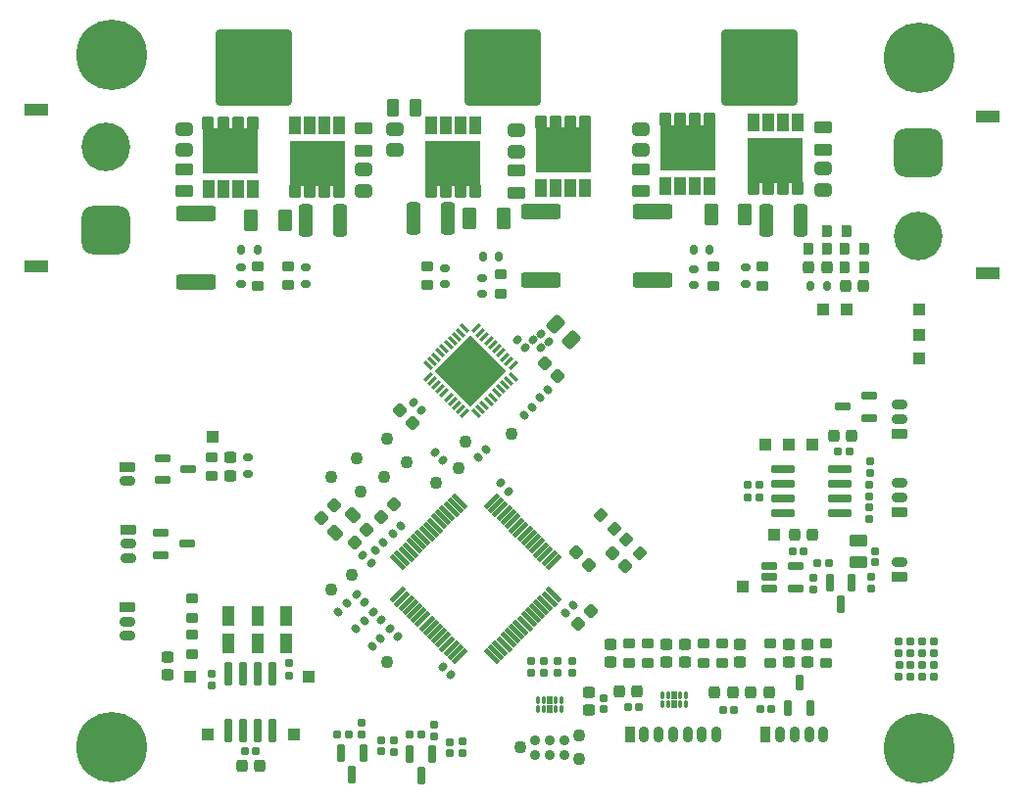
<source format=gbr>
%TF.GenerationSoftware,KiCad,Pcbnew,8.0.4*%
%TF.CreationDate,2024-12-09T12:19:11+01:00*%
%TF.ProjectId,BLDC motor controller,424c4443-206d-46f7-946f-7220636f6e74,1.1*%
%TF.SameCoordinates,Original*%
%TF.FileFunction,Soldermask,Top*%
%TF.FilePolarity,Negative*%
%FSLAX46Y46*%
G04 Gerber Fmt 4.6, Leading zero omitted, Abs format (unit mm)*
G04 Created by KiCad (PCBNEW 8.0.4) date 2024-12-09 12:19:11*
%MOMM*%
%LPD*%
G01*
G04 APERTURE LIST*
G04 Aperture macros list*
%AMRoundRect*
0 Rectangle with rounded corners*
0 $1 Rounding radius*
0 $2 $3 $4 $5 $6 $7 $8 $9 X,Y pos of 4 corners*
0 Add a 4 corners polygon primitive as box body*
4,1,4,$2,$3,$4,$5,$6,$7,$8,$9,$2,$3,0*
0 Add four circle primitives for the rounded corners*
1,1,$1+$1,$2,$3*
1,1,$1+$1,$4,$5*
1,1,$1+$1,$6,$7*
1,1,$1+$1,$8,$9*
0 Add four rect primitives between the rounded corners*
20,1,$1+$1,$2,$3,$4,$5,0*
20,1,$1+$1,$4,$5,$6,$7,0*
20,1,$1+$1,$6,$7,$8,$9,0*
20,1,$1+$1,$8,$9,$2,$3,0*%
G04 Aperture macros list end*
%ADD10RoundRect,0.275000X0.500000X-0.275000X0.500000X0.275000X-0.500000X0.275000X-0.500000X-0.275000X0*%
%ADD11RoundRect,0.275000X0.548008X0.159099X0.159099X0.548008X-0.548008X-0.159099X-0.159099X-0.548008X0*%
%ADD12RoundRect,0.172500X-0.172500X-0.197500X0.172500X-0.197500X0.172500X0.197500X-0.172500X0.197500X0*%
%ADD13RoundRect,0.050000X-0.500000X-0.500000X0.500000X-0.500000X0.500000X0.500000X-0.500000X0.500000X0*%
%ADD14RoundRect,0.160000X-0.210000X0.160000X-0.210000X-0.160000X0.210000X-0.160000X0.210000X0.160000X0*%
%ADD15RoundRect,0.175000X-0.225000X0.175000X-0.225000X-0.175000X0.225000X-0.175000X0.225000X0.175000X0*%
%ADD16RoundRect,0.225000X-0.225000X-0.300000X0.225000X-0.300000X0.225000X0.300000X-0.225000X0.300000X0*%
%ADD17RoundRect,0.250000X-0.275000X0.250000X-0.275000X-0.250000X0.275000X-0.250000X0.275000X0.250000X0*%
%ADD18RoundRect,0.225000X-0.300000X0.225000X-0.300000X-0.225000X0.300000X-0.225000X0.300000X0.225000X0*%
%ADD19RoundRect,0.270409X-1.454591X0.392091X-1.454591X-0.392091X1.454591X-0.392091X1.454591X0.392091X0*%
%ADD20RoundRect,0.160000X-0.160000X-0.210000X0.160000X-0.210000X0.160000X0.210000X-0.160000X0.210000X0*%
%ADD21C,0.900000*%
%ADD22C,6.100000*%
%ADD23RoundRect,0.225000X-0.225000X-0.475000X0.225000X-0.475000X0.225000X0.475000X-0.225000X0.475000X0*%
%ADD24O,0.900000X1.400000*%
%ADD25RoundRect,0.050000X0.125000X0.250000X-0.125000X0.250000X-0.125000X-0.250000X0.125000X-0.250000X0*%
%ADD26RoundRect,0.050000X0.225000X0.250000X-0.225000X0.250000X-0.225000X-0.250000X0.225000X-0.250000X0*%
%ADD27RoundRect,0.250000X-0.017678X0.371231X-0.371231X0.017678X0.017678X-0.371231X0.371231X-0.017678X0*%
%ADD28RoundRect,0.225000X-0.475000X0.225000X-0.475000X-0.225000X0.475000X-0.225000X0.475000X0.225000X0*%
%ADD29O,1.400000X0.900000*%
%ADD30RoundRect,0.160000X-0.035355X0.261630X-0.261630X0.035355X0.035355X-0.261630X0.261630X-0.035355X0*%
%ADD31RoundRect,0.175000X-0.175000X-0.225000X0.175000X-0.225000X0.175000X0.225000X-0.175000X0.225000X0*%
%ADD32RoundRect,0.225000X0.300000X-0.225000X0.300000X0.225000X-0.300000X0.225000X-0.300000X-0.225000X0*%
%ADD33RoundRect,0.165000X0.165000X0.195000X-0.165000X0.195000X-0.165000X-0.195000X0.165000X-0.195000X0*%
%ADD34RoundRect,0.160000X0.210000X-0.160000X0.210000X0.160000X-0.210000X0.160000X-0.210000X-0.160000X0*%
%ADD35RoundRect,0.175000X-0.537500X-0.175000X0.537500X-0.175000X0.537500X0.175000X-0.537500X0.175000X0*%
%ADD36RoundRect,0.275000X-0.275000X-0.500000X0.275000X-0.500000X0.275000X0.500000X-0.275000X0.500000X0*%
%ADD37RoundRect,0.175000X-0.175000X0.612500X-0.175000X-0.612500X0.175000X-0.612500X0.175000X0.612500X0*%
%ADD38C,1.100000*%
%ADD39RoundRect,0.271739X-0.353261X-1.128261X0.353261X-1.128261X0.353261X1.128261X-0.353261X1.128261X0*%
%ADD40RoundRect,0.160000X0.261630X0.035355X0.035355X0.261630X-0.261630X-0.035355X-0.035355X-0.261630X0*%
%ADD41RoundRect,0.165000X0.254558X0.021213X0.021213X0.254558X-0.254558X-0.021213X-0.021213X-0.254558X0*%
%ADD42RoundRect,0.175000X-0.850000X-0.175000X0.850000X-0.175000X0.850000X0.175000X-0.850000X0.175000X0*%
%ADD43RoundRect,0.175000X0.175000X-0.537500X0.175000X0.537500X-0.175000X0.537500X-0.175000X-0.537500X0*%
%ADD44RoundRect,0.050000X-0.425000X-0.525000X0.425000X-0.525000X0.425000X0.525000X-0.425000X0.525000X0*%
%ADD45RoundRect,0.050000X2.350000X-1.875000X2.350000X1.875000X-2.350000X1.875000X-2.350000X-1.875000X0*%
%ADD46RoundRect,0.050000X-0.425000X-0.725000X0.425000X-0.725000X0.425000X0.725000X-0.425000X0.725000X0*%
%ADD47RoundRect,0.172500X0.197500X-0.172500X0.197500X0.172500X-0.197500X0.172500X-0.197500X-0.172500X0*%
%ADD48RoundRect,0.250000X0.017678X-0.371231X0.371231X-0.017678X-0.017678X0.371231X-0.371231X0.017678X0*%
%ADD49RoundRect,0.274390X-0.475610X0.288110X-0.475610X-0.288110X0.475610X-0.288110X0.475610X0.288110X0*%
%ADD50RoundRect,0.165000X-0.254558X-0.021213X-0.021213X-0.254558X0.254558X0.021213X0.021213X0.254558X0*%
%ADD51RoundRect,0.275000X-0.500000X0.275000X-0.500000X-0.275000X0.500000X-0.275000X0.500000X0.275000X0*%
%ADD52RoundRect,0.330000X-2.970000X-2.970000X2.970000X-2.970000X2.970000X2.970000X-2.970000X2.970000X0*%
%ADD53RoundRect,0.050000X0.425000X0.525000X-0.425000X0.525000X-0.425000X-0.525000X0.425000X-0.525000X0*%
%ADD54RoundRect,0.050000X-2.350000X1.875000X-2.350000X-1.875000X2.350000X-1.875000X2.350000X1.875000X0*%
%ADD55RoundRect,0.050000X0.425000X0.725000X-0.425000X0.725000X-0.425000X-0.725000X0.425000X-0.725000X0*%
%ADD56RoundRect,0.165000X-0.021213X0.254558X-0.254558X0.021213X0.021213X-0.254558X0.254558X-0.021213X0*%
%ADD57RoundRect,0.250000X0.250000X0.275000X-0.250000X0.275000X-0.250000X-0.275000X0.250000X-0.275000X0*%
%ADD58RoundRect,0.172500X-0.197500X0.172500X-0.197500X-0.172500X0.197500X-0.172500X0.197500X0.172500X0*%
%ADD59RoundRect,0.225000X0.475000X-0.225000X0.475000X0.225000X-0.475000X0.225000X-0.475000X-0.225000X0*%
%ADD60RoundRect,0.165000X-0.165000X-0.195000X0.165000X-0.195000X0.165000X0.195000X-0.165000X0.195000X0*%
%ADD61RoundRect,0.274390X0.475610X-0.288110X0.475610X0.288110X-0.475610X0.288110X-0.475610X-0.288110X0*%
%ADD62RoundRect,0.165000X0.195000X-0.165000X0.195000X0.165000X-0.195000X0.165000X-0.195000X-0.165000X0*%
%ADD63RoundRect,0.165000X0.021213X-0.254558X0.254558X-0.021213X-0.021213X0.254558X-0.254558X0.021213X0*%
%ADD64RoundRect,0.250000X-0.371231X-0.017678X-0.017678X-0.371231X0.371231X0.017678X0.017678X0.371231X0*%
%ADD65RoundRect,0.225000X0.371231X0.053033X0.053033X0.371231X-0.371231X-0.053033X-0.053033X-0.371231X0*%
%ADD66RoundRect,0.225000X0.225000X0.300000X-0.225000X0.300000X-0.225000X-0.300000X0.225000X-0.300000X0*%
%ADD67RoundRect,0.175000X0.537500X0.175000X-0.537500X0.175000X-0.537500X-0.175000X0.537500X-0.175000X0*%
%ADD68RoundRect,0.271739X-0.353261X-0.678261X0.353261X-0.678261X0.353261X0.678261X-0.353261X0.678261X0*%
%ADD69RoundRect,0.243750X0.114905X-0.459619X0.459619X-0.114905X-0.114905X0.459619X-0.459619X0.114905X0*%
%ADD70RoundRect,0.271739X0.353261X1.128261X-0.353261X1.128261X-0.353261X-1.128261X0.353261X-1.128261X0*%
%ADD71RoundRect,0.050000X-0.627557X-0.415425X-0.415425X-0.627557X0.627557X0.415425X0.415425X0.627557X0*%
%ADD72RoundRect,0.050000X-0.415425X0.627557X-0.627557X0.415425X0.415425X-0.627557X0.627557X-0.415425X0*%
%ADD73C,1.090600*%
%ADD74C,0.887400*%
%ADD75RoundRect,0.250000X-0.250000X-0.275000X0.250000X-0.275000X0.250000X0.275000X-0.250000X0.275000X0*%
%ADD76RoundRect,0.050000X0.500000X0.800000X-0.500000X0.800000X-0.500000X-0.800000X0.500000X-0.800000X0*%
%ADD77RoundRect,0.175000X0.175000X0.225000X-0.175000X0.225000X-0.175000X-0.225000X0.175000X-0.225000X0*%
%ADD78RoundRect,0.050000X-0.388909X-0.212132X-0.212132X-0.388909X0.388909X0.212132X0.212132X0.388909X0*%
%ADD79RoundRect,0.050000X-0.212132X0.388909X-0.388909X0.212132X0.212132X-0.388909X0.388909X-0.212132X0*%
%ADD80RoundRect,0.050000X0.000000X3.005204X-3.005204X0.000000X0.000000X-3.005204X3.005204X0.000000X0*%
%ADD81RoundRect,0.160000X0.035355X-0.261630X0.261630X-0.035355X-0.035355X0.261630X-0.261630X0.035355X0*%
%ADD82RoundRect,0.160000X0.160000X0.210000X-0.160000X0.210000X-0.160000X-0.210000X0.160000X-0.210000X0*%
%ADD83RoundRect,0.250000X0.275000X-0.250000X0.275000X0.250000X-0.275000X0.250000X-0.275000X-0.250000X0*%
%ADD84RoundRect,0.271739X0.353261X0.678261X-0.353261X0.678261X-0.353261X-0.678261X0.353261X-0.678261X0*%
%ADD85RoundRect,0.175000X0.175000X-0.850000X0.175000X0.850000X-0.175000X0.850000X-0.175000X-0.850000X0*%
%ADD86RoundRect,0.050000X-1.000000X0.450000X-1.000000X-0.450000X1.000000X-0.450000X1.000000X0.450000X0*%
%ADD87RoundRect,1.050000X-1.050000X1.050000X-1.050000X-1.050000X1.050000X-1.050000X1.050000X1.050000X0*%
%ADD88C,4.200000*%
%ADD89RoundRect,0.050000X1.000000X-0.450000X1.000000X0.450000X-1.000000X0.450000X-1.000000X-0.450000X0*%
%ADD90RoundRect,1.050000X1.050000X-1.050000X1.050000X1.050000X-1.050000X1.050000X-1.050000X-1.050000X0*%
G04 APERTURE END LIST*
D10*
%TO.C,C2017*%
X161800000Y-114875000D03*
X161800000Y-112975000D03*
%TD*%
D11*
%TO.C,C1001*%
X136921751Y-95671751D03*
X135578249Y-94328249D03*
%TD*%
D12*
%TO.C,D2105*%
X165265000Y-122750000D03*
X166235000Y-122750000D03*
%TD*%
D13*
%TO.C,TP931*%
X113000000Y-129750000D03*
%TD*%
D14*
%TO.C,R2008*%
X133500000Y-123390000D03*
X133500000Y-124410000D03*
%TD*%
D15*
%TO.C,D1301*%
X114000000Y-90800000D03*
X114000000Y-89400000D03*
%TD*%
%TO.C,D1102*%
X147500000Y-90940000D03*
X147500000Y-89540000D03*
%TD*%
D16*
%TO.C,R1402*%
X157425000Y-87800000D03*
X159075000Y-87800000D03*
%TD*%
D17*
%TO.C,C2006*%
X145150000Y-121975000D03*
X145150000Y-123525000D03*
%TD*%
D18*
%TO.C,R2001*%
X141950000Y-121925000D03*
X141950000Y-123575000D03*
%TD*%
D19*
%TO.C,R1103*%
X144000000Y-84600000D03*
X144000000Y-90525000D03*
%TD*%
D20*
%TO.C,R2110*%
X167240000Y-121750000D03*
X168260000Y-121750000D03*
%TD*%
D21*
%TO.C,H2303*%
X164750000Y-71250000D03*
X165409010Y-69659010D03*
X165409010Y-72840990D03*
X167000000Y-69000000D03*
D22*
X167000000Y-71250000D03*
D21*
X167000000Y-73500000D03*
X168590990Y-69659010D03*
X168590990Y-72840990D03*
X169250000Y-71250000D03*
%TD*%
D14*
%TO.C,R2009*%
X135800000Y-123390000D03*
X135800000Y-124410000D03*
%TD*%
D23*
%TO.C,J2202*%
X153750000Y-129750000D03*
D24*
X155000000Y-129750000D03*
X156250000Y-129750000D03*
X157500000Y-129750000D03*
X158750000Y-129750000D03*
%TD*%
D25*
%TO.C,D2004*%
X136100000Y-127600000D03*
X136100000Y-126800000D03*
X135600000Y-127600000D03*
X135600000Y-126800000D03*
D26*
X135100000Y-127600000D03*
X135100000Y-126800000D03*
D25*
X134600000Y-127600000D03*
X134600000Y-126800000D03*
X134100000Y-127600000D03*
X134100000Y-126800000D03*
%TD*%
D21*
%TO.C,H2304*%
X164750000Y-131000000D03*
X165409010Y-129409010D03*
X165409010Y-132590990D03*
X167000000Y-128750000D03*
D22*
X167000000Y-131000000D03*
D21*
X167000000Y-133250000D03*
X168590990Y-129409010D03*
X168590990Y-132590990D03*
X169250000Y-131000000D03*
%TD*%
D13*
%TO.C,TP603*%
X167000000Y-97250000D03*
%TD*%
D16*
%TO.C,R1501*%
X160600000Y-87790000D03*
X162250000Y-87790000D03*
%TD*%
D27*
%TO.C,C810*%
X119300000Y-112100000D03*
X118203984Y-113196016D03*
%TD*%
D25*
%TO.C,D2001*%
X146850000Y-127150000D03*
X146850000Y-126350000D03*
X146350000Y-127150000D03*
X146350000Y-126350000D03*
D26*
X145850000Y-127150000D03*
X145850000Y-126350000D03*
D25*
X145350000Y-127150000D03*
X145350000Y-126350000D03*
X144850000Y-127150000D03*
X144850000Y-126350000D03*
%TD*%
D28*
%TO.C,J2004*%
X98600000Y-118750000D03*
D29*
X98600000Y-120000000D03*
X98600000Y-121250000D03*
%TD*%
D15*
%TO.C,D1202*%
X129250000Y-91700000D03*
X129250000Y-90300000D03*
%TD*%
D30*
%TO.C,R1001*%
X117560624Y-118439376D03*
X116839376Y-119160624D03*
%TD*%
D31*
%TO.C,D1203*%
X130700000Y-88500000D03*
X129300000Y-88500000D03*
%TD*%
D32*
%TO.C,R1102*%
X149250000Y-91000000D03*
X149250000Y-89350000D03*
%TD*%
D33*
%TO.C,C1802*%
X109730000Y-131250000D03*
X108770000Y-131250000D03*
%TD*%
D15*
%TO.C,D1302*%
X108400000Y-90800000D03*
X108400000Y-89400000D03*
%TD*%
D18*
%TO.C,R2003*%
X148350000Y-121925000D03*
X148350000Y-123575000D03*
%TD*%
D34*
%TO.C,R2104*%
X118810000Y-129792500D03*
X118810000Y-128772500D03*
%TD*%
D35*
%TO.C,U1901*%
X154025000Y-115225000D03*
X154025000Y-116175000D03*
X154025000Y-117125000D03*
X156300000Y-117125000D03*
X156300000Y-115225000D03*
%TD*%
D36*
%TO.C,C1201*%
X121550000Y-75600000D03*
X123450000Y-75600000D03*
%TD*%
D32*
%TO.C,R1804*%
X104150000Y-122825000D03*
X104150000Y-121175000D03*
%TD*%
D33*
%TO.C,C2002*%
X142810000Y-127450000D03*
X141850000Y-127450000D03*
%TD*%
D14*
%TO.C,R1801*%
X105850000Y-124490000D03*
X105850000Y-125510000D03*
%TD*%
D13*
%TO.C,TP601*%
X167000000Y-93000000D03*
%TD*%
%TO.C,TP936*%
X153750000Y-104750000D03*
%TD*%
D37*
%TO.C,Q1901*%
X161200000Y-116625000D03*
X159300000Y-116625000D03*
X160250000Y-118500000D03*
%TD*%
D32*
%TO.C,R1202*%
X130820000Y-91670000D03*
X130820000Y-90020000D03*
%TD*%
D38*
%TO.C,TP914*%
X116200000Y-107500000D03*
%TD*%
D39*
%TO.C,C1305*%
X114000000Y-85350000D03*
X116950000Y-85350000D03*
%TD*%
D40*
%TO.C,R1005*%
X125865649Y-106087579D03*
X125144401Y-105366331D03*
%TD*%
D38*
%TO.C,TP919*%
X120750000Y-107500000D03*
%TD*%
D13*
%TO.C,TP937*%
X154500000Y-112500000D03*
%TD*%
D38*
%TO.C,TP923*%
X118000000Y-116000000D03*
%TD*%
D41*
%TO.C,C1003*%
X134291403Y-96339411D03*
X133612581Y-95660589D03*
%TD*%
D13*
%TO.C,TP938*%
X151750000Y-117000000D03*
%TD*%
D42*
%TO.C,U1701*%
X155225000Y-106820000D03*
X155225000Y-108090000D03*
X155225000Y-109360000D03*
X155225000Y-110630000D03*
X160175000Y-110630000D03*
X160175000Y-109360000D03*
X160175000Y-108090000D03*
X160175000Y-106820000D03*
%TD*%
D41*
%TO.C,C806*%
X131539411Y-108739411D03*
X130860589Y-108060589D03*
%TD*%
D38*
%TO.C,TP920*%
X125250000Y-108000000D03*
%TD*%
D43*
%TO.C,D2002*%
X155700000Y-127525000D03*
X157600000Y-127525000D03*
X156650000Y-125250000D03*
%TD*%
D15*
%TO.C,D1402*%
X109050000Y-107225000D03*
X109050000Y-105825000D03*
%TD*%
D44*
%TO.C,Q1102*%
X145075000Y-76650000D03*
X146365000Y-76650000D03*
D45*
X147000000Y-79050000D03*
D44*
X147635000Y-76650000D03*
X148925000Y-76650000D03*
D46*
X148905000Y-82350000D03*
X145095000Y-82350000D03*
X146365000Y-82350000D03*
X147635000Y-82350000D03*
%TD*%
D47*
%TO.C,D2102*%
X120510000Y-131250000D03*
X120510000Y-130280000D03*
%TD*%
D48*
%TO.C,C807*%
X115351992Y-111048008D03*
X116448008Y-109951992D03*
%TD*%
D38*
%TO.C,TP924*%
X121000000Y-123500000D03*
%TD*%
D49*
%TO.C,R1205*%
X132250000Y-77550000D03*
X132250000Y-79375000D03*
%TD*%
D34*
%TO.C,R1703*%
X162700000Y-111170000D03*
X162700000Y-110150000D03*
%TD*%
D13*
%TO.C,TP934*%
X157750000Y-104750000D03*
%TD*%
D10*
%TO.C,C1301*%
X119000000Y-79300000D03*
X119000000Y-77400000D03*
%TD*%
D50*
%TO.C,C1011*%
X118400000Y-117700000D03*
X119078822Y-118378822D03*
%TD*%
D51*
%TO.C,C1302*%
X103500000Y-80900000D03*
X103500000Y-82800000D03*
%TD*%
D52*
%TO.C,J1301*%
X109500000Y-72090000D03*
%TD*%
D38*
%TO.C,TP917*%
X131750000Y-103750000D03*
%TD*%
D31*
%TO.C,D1303*%
X109850000Y-87850000D03*
X108450000Y-87850000D03*
%TD*%
D53*
%TO.C,Q1301*%
X116925000Y-82800000D03*
X115635000Y-82800000D03*
D54*
X115000000Y-80400000D03*
D53*
X114365000Y-82800000D03*
X113075000Y-82800000D03*
D55*
X113095000Y-77100000D03*
X116905000Y-77100000D03*
X115635000Y-77100000D03*
X114365000Y-77100000D03*
%TD*%
D56*
%TO.C,C1010*%
X134944436Y-99987544D03*
X134265614Y-100666366D03*
%TD*%
D57*
%TO.C,C2001*%
X142625000Y-126050000D03*
X141075000Y-126050000D03*
%TD*%
D20*
%TO.C,R1701*%
X152190000Y-109325000D03*
X153210000Y-109325000D03*
%TD*%
D32*
%TO.C,R1403*%
X105850000Y-107450000D03*
X105850000Y-105800000D03*
%TD*%
D57*
%TO.C,C1401*%
X159025000Y-89400000D03*
X157475000Y-89400000D03*
%TD*%
D47*
%TO.C,D2101*%
X126470000Y-131395000D03*
X126470000Y-130425000D03*
%TD*%
D53*
%TO.C,Q1101*%
X156520000Y-82550000D03*
X155230000Y-82550000D03*
D54*
X154595000Y-80150000D03*
D53*
X153960000Y-82550000D03*
X152670000Y-82550000D03*
D55*
X152690000Y-76850000D03*
X156500000Y-76850000D03*
X155230000Y-76850000D03*
X153960000Y-76850000D03*
%TD*%
D58*
%TO.C,D2007*%
X162900000Y-116165000D03*
X162900000Y-117135000D03*
%TD*%
D59*
%TO.C,J2008*%
X165300000Y-110525000D03*
D29*
X165300000Y-109275000D03*
X165300000Y-108025000D03*
%TD*%
D44*
%TO.C,Q1302*%
X105575000Y-76950000D03*
X106865000Y-76950000D03*
D45*
X107500000Y-79350000D03*
D44*
X108135000Y-76950000D03*
X109425000Y-76950000D03*
D46*
X109405000Y-82650000D03*
X105595000Y-82650000D03*
X106865000Y-82650000D03*
X108135000Y-82650000D03*
%TD*%
D13*
%TO.C,TP935*%
X155750000Y-104750000D03*
%TD*%
D38*
%TO.C,TP916*%
X121000000Y-104250000D03*
%TD*%
D60*
%TO.C,C1902*%
X156100000Y-113925000D03*
X157060000Y-113925000D03*
%TD*%
D32*
%TO.C,R1201*%
X124500000Y-90925000D03*
X124500000Y-89275000D03*
%TD*%
D18*
%TO.C,R2004*%
X149950000Y-121925000D03*
X149950000Y-123575000D03*
%TD*%
D52*
%TO.C,J1101*%
X153250000Y-72080000D03*
%TD*%
D50*
%TO.C,C1012*%
X119860589Y-119160589D03*
X120539411Y-119839411D03*
%TD*%
D61*
%TO.C,R1204*%
X121750000Y-79262500D03*
X121750000Y-77437500D03*
%TD*%
D62*
%TO.C,C2018*%
X163200000Y-114905000D03*
X163200000Y-113945000D03*
%TD*%
D38*
%TO.C,TP918*%
X118750000Y-108750000D03*
%TD*%
D17*
%TO.C,C2007*%
X146750000Y-121975000D03*
X146750000Y-123525000D03*
%TD*%
D41*
%TO.C,C1005*%
X132939411Y-96339411D03*
X132260589Y-95660589D03*
%TD*%
D63*
%TO.C,C809*%
X121560589Y-112439411D03*
X122239411Y-111760589D03*
%TD*%
D64*
%TO.C,C1006*%
X134701992Y-97701992D03*
X135798008Y-98798008D03*
%TD*%
D19*
%TO.C,R1203*%
X134300000Y-84600000D03*
X134300000Y-90525000D03*
%TD*%
D14*
%TO.C,R2103*%
X127570000Y-130400000D03*
X127570000Y-131420000D03*
%TD*%
D60*
%TO.C,C1702*%
X160020000Y-105325000D03*
X160980000Y-105325000D03*
%TD*%
D38*
%TO.C,TP915*%
X118400000Y-105900000D03*
%TD*%
D56*
%TO.C,C1009*%
X133539411Y-101460589D03*
X132860589Y-102139411D03*
%TD*%
D65*
%TO.C,R2201*%
X140649613Y-111967201D03*
X139482887Y-110800475D03*
%TD*%
D20*
%TO.C,R2105*%
X116710000Y-129772500D03*
X117730000Y-129772500D03*
%TD*%
D14*
%TO.C,R2106*%
X121610000Y-130255000D03*
X121610000Y-131275000D03*
%TD*%
D17*
%TO.C,C2013*%
X157350000Y-121975000D03*
X157350000Y-123525000D03*
%TD*%
%TO.C,C1402*%
X107450000Y-105850000D03*
X107450000Y-107400000D03*
%TD*%
D66*
%TO.C,R1502*%
X162250000Y-89400000D03*
X160600000Y-89400000D03*
%TD*%
%TO.C,TH1401*%
X160725000Y-86300000D03*
X159075000Y-86300000D03*
%TD*%
D13*
%TO.C,TP602*%
X167000000Y-95250000D03*
%TD*%
D41*
%TO.C,C804*%
X126539411Y-124639411D03*
X125860589Y-123960589D03*
%TD*%
D30*
%TO.C,R1003*%
X120460624Y-121439376D03*
X119739376Y-122160624D03*
%TD*%
D52*
%TO.C,J1201*%
X131000000Y-72100000D03*
%TD*%
D67*
%TO.C,D2005*%
X162675000Y-102400000D03*
X162675000Y-100500000D03*
X160400000Y-101450000D03*
%TD*%
D13*
%TO.C,TP933*%
X104000000Y-124750000D03*
%TD*%
D59*
%TO.C,J2012*%
X165300000Y-116125000D03*
D29*
X165300000Y-114875000D03*
%TD*%
D32*
%TO.C,R1302*%
X109900000Y-91000000D03*
X109900000Y-89350000D03*
%TD*%
D13*
%TO.C,TP928*%
X158750000Y-93000000D03*
%TD*%
D18*
%TO.C,R2006*%
X154150000Y-121925000D03*
X154150000Y-123575000D03*
%TD*%
D32*
%TO.C,R1803*%
X104150000Y-119700000D03*
X104150000Y-118050000D03*
%TD*%
%TO.C,R1101*%
X153490000Y-90990000D03*
X153490000Y-89340000D03*
%TD*%
D18*
%TO.C,R2002*%
X143550000Y-121925000D03*
X143550000Y-123575000D03*
%TD*%
D35*
%TO.C,D2003*%
X101512500Y-112350000D03*
X101512500Y-114250000D03*
X103787500Y-113300000D03*
%TD*%
D17*
%TO.C,C2008*%
X151550000Y-121975000D03*
X151550000Y-123525000D03*
%TD*%
D34*
%TO.C,R2101*%
X125070000Y-129910000D03*
X125070000Y-128890000D03*
%TD*%
D20*
%TO.C,R2108*%
X167250000Y-123730000D03*
X168270000Y-123730000D03*
%TD*%
D12*
%TO.C,D2104*%
X165280000Y-123750000D03*
X166250000Y-123750000D03*
%TD*%
D56*
%TO.C,C805*%
X137100000Y-118600000D03*
X136421178Y-119278822D03*
%TD*%
D68*
%TO.C,C1203*%
X128125000Y-85200000D03*
X131075000Y-85200000D03*
%TD*%
D20*
%TO.C,R2102*%
X122950000Y-129810000D03*
X123970000Y-129810000D03*
%TD*%
D13*
%TO.C,TP930*%
X105500000Y-129750000D03*
%TD*%
D34*
%TO.C,R1901*%
X157900000Y-117235000D03*
X157900000Y-116215000D03*
%TD*%
D41*
%TO.C,C803*%
X119639411Y-114939411D03*
X118960589Y-114260589D03*
%TD*%
D31*
%TO.C,D1103*%
X148900000Y-87850000D03*
X147500000Y-87850000D03*
%TD*%
D69*
%TO.C,FB801*%
X116548699Y-112351301D03*
X118051301Y-110848699D03*
%TD*%
D32*
%TO.C,R1301*%
X112500000Y-90925000D03*
X112500000Y-89275000D03*
%TD*%
D33*
%TO.C,C2010*%
X154230000Y-127550000D03*
X153270000Y-127550000D03*
%TD*%
D20*
%TO.C,R2109*%
X167240000Y-122750000D03*
X168260000Y-122750000D03*
%TD*%
D70*
%TO.C,C1204*%
X126275000Y-85200000D03*
X123325000Y-85200000D03*
%TD*%
D17*
%TO.C,C1703*%
X102050000Y-123075000D03*
X102050000Y-124625000D03*
%TD*%
D71*
%TO.C,U801_901*%
X135409029Y-114894272D03*
X135055476Y-114540718D03*
X134701922Y-114187165D03*
X134348369Y-113833612D03*
X133994816Y-113480058D03*
X133641262Y-113126505D03*
X133287709Y-112772951D03*
X132934155Y-112419398D03*
X132580602Y-112065845D03*
X132227049Y-111712291D03*
X131873495Y-111358738D03*
X131519942Y-111005184D03*
X131166388Y-110651631D03*
X130812835Y-110298078D03*
X130459282Y-109944524D03*
X130105728Y-109590971D03*
D72*
X127294272Y-109590971D03*
X126940718Y-109944524D03*
X126587165Y-110298078D03*
X126233612Y-110651631D03*
X125880058Y-111005184D03*
X125526505Y-111358738D03*
X125172951Y-111712291D03*
X124819398Y-112065845D03*
X124465845Y-112419398D03*
X124112291Y-112772951D03*
X123758738Y-113126505D03*
X123405184Y-113480058D03*
X123051631Y-113833612D03*
X122698078Y-114187165D03*
X122344524Y-114540718D03*
X121990971Y-114894272D03*
D71*
X121990971Y-117705728D03*
X122344524Y-118059282D03*
X122698078Y-118412835D03*
X123051631Y-118766388D03*
X123405184Y-119119942D03*
X123758738Y-119473495D03*
X124112291Y-119827049D03*
X124465845Y-120180602D03*
X124819398Y-120534155D03*
X125172951Y-120887709D03*
X125526505Y-121241262D03*
X125880058Y-121594816D03*
X126233612Y-121948369D03*
X126587165Y-122301922D03*
X126940718Y-122655476D03*
X127294272Y-123009029D03*
D72*
X130105728Y-123009029D03*
X130459282Y-122655476D03*
X130812835Y-122301922D03*
X131166388Y-121948369D03*
X131519942Y-121594816D03*
X131873495Y-121241262D03*
X132227049Y-120887709D03*
X132580602Y-120534155D03*
X132934155Y-120180602D03*
X133287709Y-119827049D03*
X133641262Y-119473495D03*
X133994816Y-119119942D03*
X134348369Y-118766388D03*
X134701922Y-118412835D03*
X135055476Y-118059282D03*
X135409029Y-117705728D03*
%TD*%
D73*
%TO.C,J2007*%
X132540000Y-130915000D03*
X137620000Y-129899000D03*
X137620000Y-131931000D03*
D74*
X133810000Y-131550000D03*
X133810000Y-130280000D03*
X135080000Y-131550000D03*
X135080000Y-130280000D03*
X136350000Y-131550000D03*
X136350000Y-130280000D03*
%TD*%
D38*
%TO.C,TP925*%
X122750000Y-106250000D03*
%TD*%
D37*
%TO.C,Q2101*%
X124920000Y-131472500D03*
X123020000Y-131472500D03*
X123970000Y-133347500D03*
%TD*%
D51*
%TO.C,C1102*%
X143000000Y-80900000D03*
X143000000Y-82800000D03*
%TD*%
D21*
%TO.C,H2301*%
X95000000Y-71000000D03*
X95659010Y-69409010D03*
X95659010Y-72590990D03*
X97250000Y-68750000D03*
D22*
X97250000Y-71000000D03*
D21*
X97250000Y-73250000D03*
X98840990Y-69409010D03*
X98840990Y-72590990D03*
X99500000Y-71000000D03*
%TD*%
D28*
%TO.C,J2011*%
X98600000Y-106625000D03*
D29*
X98600000Y-107875000D03*
%TD*%
D75*
%TO.C,C1701*%
X159650000Y-103925000D03*
X161200000Y-103925000D03*
%TD*%
D49*
%TO.C,R1305*%
X103500000Y-77437500D03*
X103500000Y-79262500D03*
%TD*%
D37*
%TO.C,Q2102*%
X118970000Y-131397500D03*
X117070000Y-131397500D03*
X118020000Y-133272500D03*
%TD*%
D76*
%TO.C,SW2001*%
X112350000Y-121900000D03*
X109850000Y-121900000D03*
X107350000Y-121900000D03*
X112350000Y-119500000D03*
X109850000Y-119500000D03*
X107350000Y-119500000D03*
%TD*%
D34*
%TO.C,R1704*%
X162700000Y-109185000D03*
X162700000Y-108165000D03*
%TD*%
D77*
%TO.C,D1401*%
X157650000Y-91000000D03*
X159050000Y-91000000D03*
%TD*%
D34*
%TO.C,R1705*%
X162750000Y-107160000D03*
X162750000Y-106140000D03*
%TD*%
D20*
%TO.C,R2107*%
X167240000Y-124750000D03*
X168260000Y-124750000D03*
%TD*%
D78*
%TO.C,U1001*%
X131926955Y-97855025D03*
X131573402Y-97501472D03*
X131219848Y-97147918D03*
X130866295Y-96794365D03*
X130512742Y-96440812D03*
X130159188Y-96087258D03*
X129805635Y-95733705D03*
X129452082Y-95380152D03*
X129098528Y-95026598D03*
X128744975Y-94673045D03*
D79*
X127755025Y-94673045D03*
X127401472Y-95026598D03*
X127047918Y-95380152D03*
X126694365Y-95733705D03*
X126340812Y-96087258D03*
X125987258Y-96440812D03*
X125633705Y-96794365D03*
X125280152Y-97147918D03*
X124926598Y-97501472D03*
X124573045Y-97855025D03*
D78*
X124573045Y-98844975D03*
X124926598Y-99198528D03*
X125280152Y-99552082D03*
X125633705Y-99905635D03*
X125987258Y-100259188D03*
X126340812Y-100612742D03*
X126694365Y-100966295D03*
X127047918Y-101319848D03*
X127401472Y-101673402D03*
X127755025Y-102026955D03*
D79*
X128744975Y-102026955D03*
X129098528Y-101673402D03*
X129452082Y-101319848D03*
X129805635Y-100966295D03*
X130159188Y-100612742D03*
X130512742Y-100259188D03*
X130866295Y-99905635D03*
X131219848Y-99552082D03*
X131573402Y-99198528D03*
X131926955Y-98844975D03*
D80*
X128250000Y-98350000D03*
%TD*%
D41*
%TO.C,C1002*%
X134991403Y-95839411D03*
X134312581Y-95160589D03*
%TD*%
D64*
%TO.C,C801*%
X137351992Y-114051992D03*
X138448008Y-115148008D03*
%TD*%
D33*
%TO.C,C2012*%
X151010000Y-127650000D03*
X150050000Y-127650000D03*
%TD*%
D81*
%TO.C,R1004*%
X128883777Y-105848203D03*
X129605025Y-105126955D03*
%TD*%
D13*
%TO.C,TP927*%
X106000000Y-104000000D03*
%TD*%
D57*
%TO.C,C2009*%
X154025000Y-126150000D03*
X152475000Y-126150000D03*
%TD*%
D82*
%TO.C,R1702*%
X153210000Y-108200000D03*
X152190000Y-108200000D03*
%TD*%
D59*
%TO.C,J2009*%
X165300000Y-103775000D03*
D29*
X165300000Y-102525000D03*
X165300000Y-101275000D03*
%TD*%
D12*
%TO.C,D2103*%
X165265000Y-124750000D03*
X166235000Y-124750000D03*
%TD*%
D56*
%TO.C,C811*%
X120739411Y-113160589D03*
X120060589Y-113839411D03*
%TD*%
D83*
%TO.C,C2003*%
X138450000Y-127650000D03*
X138450000Y-126100000D03*
%TD*%
D18*
%TO.C,R2007*%
X158950000Y-121925000D03*
X158950000Y-123575000D03*
%TD*%
D84*
%TO.C,C1304*%
X112225000Y-85350000D03*
X109275000Y-85350000D03*
%TD*%
D51*
%TO.C,C1202*%
X132250000Y-81050000D03*
X132250000Y-82950000D03*
%TD*%
D14*
%TO.C,R20010*%
X134600000Y-123390000D03*
X134600000Y-124410000D03*
%TD*%
D65*
%TO.C,R2202*%
X142875044Y-114125044D03*
X141708318Y-112958318D03*
%TD*%
D84*
%TO.C,C1103*%
X151975000Y-84850000D03*
X149025000Y-84850000D03*
%TD*%
D12*
%TO.C,D2106*%
X165265000Y-121750000D03*
X166235000Y-121750000D03*
%TD*%
D15*
%TO.C,D1201*%
X126000000Y-90870000D03*
X126000000Y-89470000D03*
%TD*%
D14*
%TO.C,R2011*%
X137000000Y-123390000D03*
X137000000Y-124410000D03*
%TD*%
D61*
%TO.C,R1104*%
X158750000Y-82675000D03*
X158750000Y-80850000D03*
%TD*%
D19*
%TO.C,R1303*%
X104500000Y-84700000D03*
X104500000Y-90625000D03*
%TD*%
D28*
%TO.C,J2005*%
X98650000Y-112050000D03*
D29*
X98650000Y-113300000D03*
X98650000Y-114550000D03*
%TD*%
D23*
%TO.C,J2001*%
X142000000Y-129750000D03*
D24*
X143250000Y-129750000D03*
X144500000Y-129750000D03*
X145750000Y-129750000D03*
X147000000Y-129750000D03*
X148250000Y-129750000D03*
X149500000Y-129750000D03*
%TD*%
D10*
%TO.C,C1101*%
X158750000Y-79212500D03*
X158750000Y-77312500D03*
%TD*%
D49*
%TO.C,R1105*%
X143000000Y-77437500D03*
X143000000Y-79262500D03*
%TD*%
D35*
%TO.C,D2006*%
X101612500Y-105875000D03*
X101612500Y-107775000D03*
X103887500Y-106825000D03*
%TD*%
D50*
%TO.C,C1008*%
X123360589Y-101060589D03*
X124039411Y-101739411D03*
%TD*%
D17*
%TO.C,C2005*%
X140350000Y-121975000D03*
X140350000Y-123525000D03*
%TD*%
D30*
%TO.C,R1002*%
X119060624Y-119939376D03*
X118339376Y-120660624D03*
%TD*%
D57*
%TO.C,C2011*%
X150900000Y-126150000D03*
X149350000Y-126150000D03*
%TD*%
D21*
%TO.C,H2302*%
X95000000Y-130900000D03*
X95659010Y-129309010D03*
X95659010Y-132490990D03*
X97250000Y-128650000D03*
D22*
X97250000Y-130900000D03*
D21*
X97250000Y-133150000D03*
X98840990Y-129309010D03*
X98840990Y-132490990D03*
X99500000Y-130900000D03*
%TD*%
D38*
%TO.C,TP926*%
X127800000Y-104500000D03*
%TD*%
D13*
%TO.C,TP932*%
X114300000Y-124750000D03*
%TD*%
D53*
%TO.C,Q1201*%
X128675000Y-82800000D03*
X127385000Y-82800000D03*
D54*
X126750000Y-80400000D03*
D53*
X126115000Y-82800000D03*
X124825000Y-82800000D03*
D55*
X124845000Y-77100000D03*
X128655000Y-77100000D03*
X127385000Y-77100000D03*
X126115000Y-77100000D03*
%TD*%
D15*
%TO.C,D1101*%
X152000000Y-90800000D03*
X152000000Y-89400000D03*
%TD*%
D20*
%TO.C,R1902*%
X158200000Y-114925000D03*
X159220000Y-114925000D03*
%TD*%
D62*
%TO.C,C2004*%
X139750000Y-127600000D03*
X139750000Y-126640000D03*
%TD*%
D38*
%TO.C,TP922*%
X116250000Y-117250000D03*
%TD*%
D57*
%TO.C,C1801*%
X110025000Y-132500000D03*
X108475000Y-132500000D03*
%TD*%
D44*
%TO.C,Q1202*%
X134325000Y-76850000D03*
X135615000Y-76850000D03*
D45*
X136250000Y-79250000D03*
D44*
X136885000Y-76850000D03*
X138175000Y-76850000D03*
D46*
X138155000Y-82550000D03*
X134345000Y-82550000D03*
X135615000Y-82550000D03*
X136885000Y-82550000D03*
%TD*%
D38*
%TO.C,TP921*%
X127250000Y-106750000D03*
%TD*%
D61*
%TO.C,R1304*%
X119000000Y-82762500D03*
X119000000Y-80937500D03*
%TD*%
D39*
%TO.C,C1104*%
X153775000Y-85350000D03*
X156725000Y-85350000D03*
%TD*%
D13*
%TO.C,TP929*%
X160750000Y-93000000D03*
%TD*%
D34*
%TO.C,R1802*%
X112600000Y-124660000D03*
X112600000Y-123640000D03*
%TD*%
D75*
%TO.C,C1501*%
X160650000Y-91000000D03*
X162200000Y-91000000D03*
%TD*%
D17*
%TO.C,C2014*%
X155750000Y-121975000D03*
X155750000Y-123525000D03*
%TD*%
D50*
%TO.C,C1013*%
X121260589Y-120660589D03*
X121939411Y-121339411D03*
%TD*%
D64*
%TO.C,C1007*%
X122151992Y-101751992D03*
X123248008Y-102848008D03*
%TD*%
D75*
%TO.C,C1901*%
X156225000Y-112525000D03*
X157775000Y-112525000D03*
%TD*%
D85*
%TO.C,U1801*%
X107345000Y-129475000D03*
X108615000Y-129475000D03*
X109885000Y-129475000D03*
X111155000Y-129475000D03*
X111155000Y-124525000D03*
X109885000Y-124525000D03*
X108615000Y-124525000D03*
X107345000Y-124525000D03*
%TD*%
D27*
%TO.C,C802*%
X138648008Y-119151992D03*
X137551992Y-120248008D03*
%TD*%
D64*
%TO.C,C2201*%
X140543673Y-114093673D03*
X141639689Y-115189689D03*
%TD*%
D48*
%TO.C,C808*%
X120500000Y-111000000D03*
X121596016Y-109903984D03*
%TD*%
D86*
%TO.C,J402*%
X90750000Y-75800000D03*
X90750000Y-89300000D03*
D87*
X96750000Y-86150000D03*
D88*
X96750000Y-78950000D03*
%TD*%
D89*
%TO.C,J401*%
X172905000Y-89875000D03*
X172905000Y-76375000D03*
D90*
X166905000Y-79525000D03*
D88*
X166905000Y-86725000D03*
%TD*%
M02*

</source>
